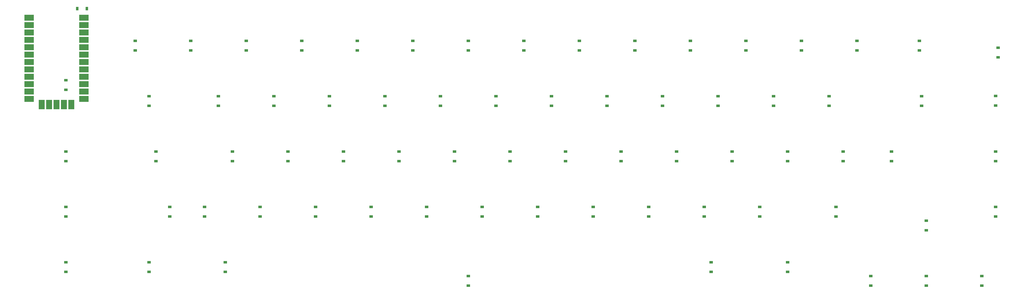
<source format=gbr>
%TF.GenerationSoftware,KiCad,Pcbnew,(6.0.4)*%
%TF.CreationDate,2022-11-05T13:10:03+01:00*%
%TF.ProjectId,65MK,36354d4b-2e6b-4696-9361-645f70636258,rev?*%
%TF.SameCoordinates,Original*%
%TF.FileFunction,Paste,Bot*%
%TF.FilePolarity,Positive*%
%FSLAX46Y46*%
G04 Gerber Fmt 4.6, Leading zero omitted, Abs format (unit mm)*
G04 Created by KiCad (PCBNEW (6.0.4)) date 2022-11-05 13:10:03*
%MOMM*%
%LPD*%
G01*
G04 APERTURE LIST*
%ADD10R,1.200000X0.900000*%
%ADD11R,0.900000X1.200000*%
%ADD12R,3.250000X2.000000*%
%ADD13R,2.000000X3.250000*%
G04 APERTURE END LIST*
D10*
%TO.C,D62*%
X275567436Y-169131250D03*
X275567436Y-165831250D03*
%TD*%
%TO.C,D58*%
X199367436Y-169131250D03*
X199367436Y-165831250D03*
%TD*%
%TO.C,D69*%
X85067436Y-188181250D03*
X85067436Y-184881250D03*
%TD*%
%TO.C,D57*%
X180317436Y-169131250D03*
X180317436Y-165831250D03*
%TD*%
%TO.C,D14*%
X308904936Y-111981250D03*
X308904936Y-108681250D03*
%TD*%
%TO.C,D74*%
X351767436Y-192943750D03*
X351767436Y-189643750D03*
%TD*%
%TO.C,D39*%
X132692436Y-150081250D03*
X132692436Y-146781250D03*
%TD*%
%TO.C,D7*%
X175554936Y-111981250D03*
X175554936Y-108681250D03*
%TD*%
%TO.C,D5*%
X137454936Y-111981250D03*
X137454936Y-108681250D03*
%TD*%
%TO.C,D21*%
X108879936Y-131031250D03*
X108879936Y-127731250D03*
%TD*%
%TO.C,D44*%
X227942436Y-150081250D03*
X227942436Y-146781250D03*
%TD*%
%TO.C,D11*%
X251754936Y-111981250D03*
X251754936Y-108681250D03*
%TD*%
%TO.C,D22*%
X127929936Y-131031250D03*
X127929936Y-127731250D03*
%TD*%
%TO.C,D19*%
X56492436Y-125537500D03*
X56492436Y-122237500D03*
%TD*%
%TO.C,D46*%
X266042436Y-150081250D03*
X266042436Y-146781250D03*
%TD*%
%TO.C,D73*%
X332717436Y-192943750D03*
X332717436Y-189643750D03*
%TD*%
%TO.C,D38*%
X113642436Y-150081250D03*
X113642436Y-146781250D03*
%TD*%
%TO.C,D55*%
X142217436Y-169131250D03*
X142217436Y-165831250D03*
%TD*%
%TO.C,D71*%
X277948686Y-188181250D03*
X277948686Y-184881250D03*
%TD*%
%TO.C,D36*%
X56492436Y-150081250D03*
X56492436Y-146781250D03*
%TD*%
%TO.C,D43*%
X208892436Y-150081250D03*
X208892436Y-146781250D03*
%TD*%
%TO.C,D66*%
X375579936Y-169131250D03*
X375579936Y-165831250D03*
%TD*%
%TO.C,D52*%
X92211186Y-169131250D03*
X92211186Y-165831250D03*
%TD*%
%TO.C,D48*%
X304142436Y-150081250D03*
X304142436Y-146781250D03*
%TD*%
%TO.C,D6*%
X156504936Y-111981250D03*
X156504936Y-108681250D03*
%TD*%
%TO.C,D53*%
X104117436Y-169131250D03*
X104117436Y-165831250D03*
%TD*%
%TO.C,D61*%
X256517436Y-169131250D03*
X256517436Y-165831250D03*
%TD*%
%TO.C,D24*%
X166029936Y-131031250D03*
X166029936Y-127731250D03*
%TD*%
%TO.C,D31*%
X299379936Y-131031250D03*
X299379936Y-127731250D03*
%TD*%
%TO.C,D20*%
X85067436Y-131031250D03*
X85067436Y-127731250D03*
%TD*%
%TO.C,D26*%
X204129936Y-131031250D03*
X204129936Y-127731250D03*
%TD*%
%TO.C,D3*%
X99354936Y-111981250D03*
X99354936Y-108681250D03*
%TD*%
%TO.C,D12*%
X270804936Y-111981250D03*
X270804936Y-108681250D03*
%TD*%
%TO.C,D45*%
X246992436Y-150081250D03*
X246992436Y-146781250D03*
%TD*%
%TO.C,D72*%
X304142436Y-188181250D03*
X304142436Y-184881250D03*
%TD*%
%TO.C,D2*%
X80304936Y-111981250D03*
X80304936Y-108681250D03*
%TD*%
%TO.C,D42*%
X189842436Y-150081250D03*
X189842436Y-146781250D03*
%TD*%
%TO.C,D15*%
X327954936Y-111981250D03*
X327954936Y-108681250D03*
%TD*%
%TO.C,D41*%
X170792436Y-150081250D03*
X170792436Y-146781250D03*
%TD*%
%TO.C,D4*%
X118404936Y-111981250D03*
X118404936Y-108681250D03*
%TD*%
%TO.C,D28*%
X242229936Y-131031250D03*
X242229936Y-127731250D03*
%TD*%
%TO.C,D33*%
X350179936Y-131031250D03*
X350179936Y-127731250D03*
%TD*%
%TO.C,D64*%
X320811186Y-169131250D03*
X320811186Y-165831250D03*
%TD*%
%TO.C,D37*%
X87448686Y-150081250D03*
X87448686Y-146781250D03*
%TD*%
%TO.C,D59*%
X218417436Y-169131250D03*
X218417436Y-165831250D03*
%TD*%
%TO.C,D30*%
X280329936Y-131031250D03*
X280329936Y-127731250D03*
%TD*%
%TO.C,D16*%
X349386186Y-111981250D03*
X349386186Y-108681250D03*
%TD*%
%TO.C,D25*%
X185079936Y-131031250D03*
X185079936Y-127731250D03*
%TD*%
%TO.C,D65*%
X351767436Y-173893750D03*
X351767436Y-170593750D03*
%TD*%
%TO.C,D34*%
X375579936Y-130968750D03*
X375579936Y-127668750D03*
%TD*%
%TO.C,D29*%
X261279936Y-131031250D03*
X261279936Y-127731250D03*
%TD*%
D11*
%TO.C,D1*%
X63698686Y-97631250D03*
X60398686Y-97631250D03*
%TD*%
D10*
%TO.C,D13*%
X289854936Y-111981250D03*
X289854936Y-108681250D03*
%TD*%
%TO.C,D60*%
X237467436Y-169131250D03*
X237467436Y-165831250D03*
%TD*%
%TO.C,D40*%
X151742436Y-150081250D03*
X151742436Y-146781250D03*
%TD*%
%TO.C,D32*%
X318429936Y-131031250D03*
X318429936Y-127731250D03*
%TD*%
%TO.C,D70*%
X111261186Y-188181250D03*
X111261186Y-184881250D03*
%TD*%
%TO.C,D47*%
X285092436Y-150081250D03*
X285092436Y-146781250D03*
%TD*%
%TO.C,D50*%
X375579936Y-150081250D03*
X375579936Y-146781250D03*
%TD*%
%TO.C,D51*%
X56492436Y-169131250D03*
X56492436Y-165831250D03*
%TD*%
%TO.C,D54*%
X123167436Y-169131250D03*
X123167436Y-165831250D03*
%TD*%
%TO.C,D56*%
X161267436Y-169131250D03*
X161267436Y-165831250D03*
%TD*%
%TO.C,D63*%
X294617436Y-169131250D03*
X294617436Y-165831250D03*
%TD*%
%TO.C,D68*%
X56492436Y-188181250D03*
X56492436Y-184881250D03*
%TD*%
%TO.C,D49*%
X323192436Y-150081250D03*
X323192436Y-146781250D03*
%TD*%
%TO.C,D8*%
X194604936Y-111981250D03*
X194604936Y-108681250D03*
%TD*%
%TO.C,D17*%
X376373686Y-114362500D03*
X376373686Y-111062500D03*
%TD*%
D12*
%TO.C,EC1*%
X62715436Y-100729250D03*
X62715436Y-103269250D03*
X62715436Y-105809250D03*
X62715436Y-108349250D03*
X62715436Y-110889250D03*
X62715436Y-113429250D03*
X62715436Y-115969250D03*
X62715436Y-118509250D03*
X62715436Y-121049250D03*
X62715436Y-123589250D03*
X62715436Y-126129250D03*
X62715436Y-128669250D03*
X43919436Y-128669250D03*
X43919436Y-126129250D03*
X43919436Y-123589250D03*
X43919436Y-121049250D03*
X43919436Y-118509250D03*
X43919436Y-115969250D03*
X43919436Y-113429250D03*
X43919436Y-110889250D03*
X43919436Y-108349250D03*
X43919436Y-105809250D03*
X43919436Y-103269250D03*
X43919436Y-100729250D03*
D13*
X58397436Y-130574250D03*
X55857436Y-130574250D03*
X53317436Y-130574250D03*
X50777436Y-130574250D03*
X48237436Y-130574250D03*
%TD*%
D10*
%TO.C,D75*%
X370817436Y-192943750D03*
X370817436Y-189643750D03*
%TD*%
%TO.C,D35*%
X339861186Y-150081250D03*
X339861186Y-146781250D03*
%TD*%
%TO.C,D10*%
X232704936Y-111981250D03*
X232704936Y-108681250D03*
%TD*%
%TO.C,D23*%
X146979936Y-131031250D03*
X146979936Y-127731250D03*
%TD*%
%TO.C,D67*%
X194604936Y-192943750D03*
X194604936Y-189643750D03*
%TD*%
%TO.C,D9*%
X213654936Y-111981250D03*
X213654936Y-108681250D03*
%TD*%
%TO.C,D27*%
X223179936Y-131031250D03*
X223179936Y-127731250D03*
%TD*%
M02*

</source>
